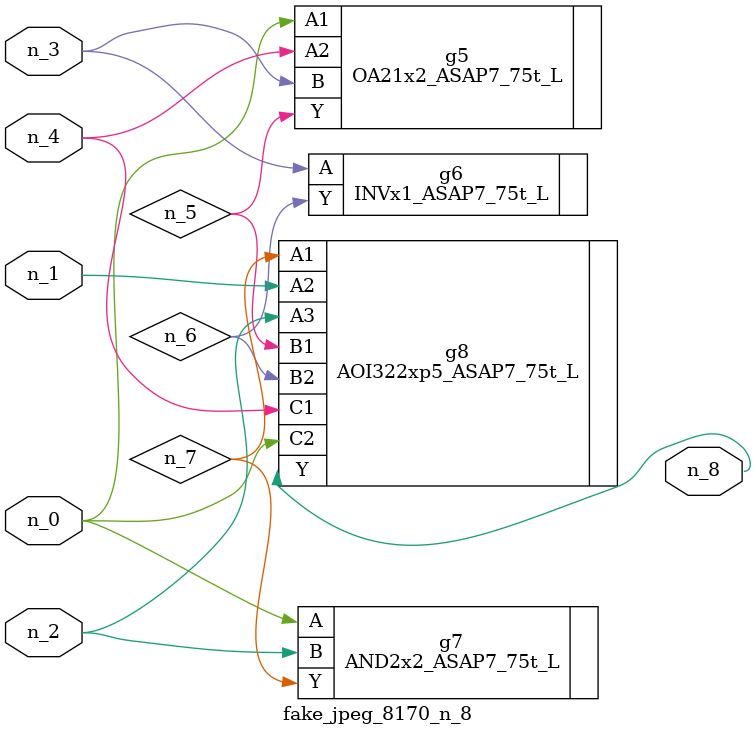
<source format=v>
module fake_jpeg_8170_n_8 (n_3, n_2, n_1, n_0, n_4, n_8);

input n_3;
input n_2;
input n_1;
input n_0;
input n_4;

output n_8;

wire n_6;
wire n_5;
wire n_7;

OA21x2_ASAP7_75t_L g5 ( 
.A1(n_0),
.A2(n_4),
.B(n_3),
.Y(n_5)
);

INVx1_ASAP7_75t_L g6 ( 
.A(n_3),
.Y(n_6)
);

AND2x2_ASAP7_75t_L g7 ( 
.A(n_0),
.B(n_2),
.Y(n_7)
);

AOI322xp5_ASAP7_75t_L g8 ( 
.A1(n_7),
.A2(n_1),
.A3(n_2),
.B1(n_5),
.B2(n_6),
.C1(n_4),
.C2(n_0),
.Y(n_8)
);


endmodule
</source>
